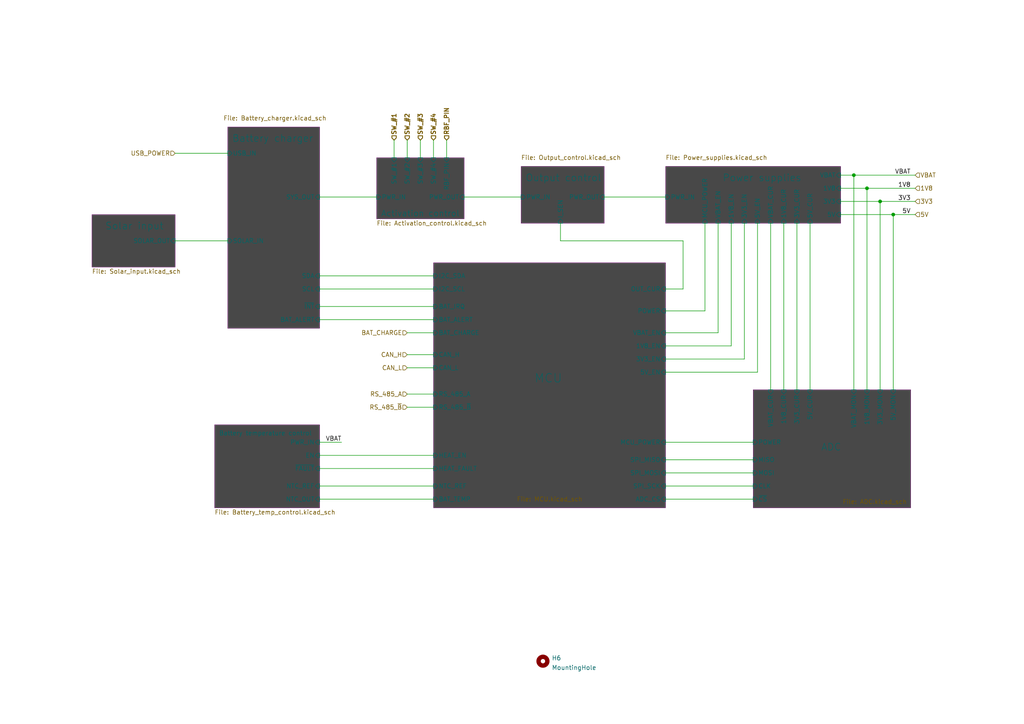
<source format=kicad_sch>
(kicad_sch (version 20210621) (generator eeschema)
  (paper "A4")
  (title_block (title "BUTCube - EPS") (date "2021-06-01") (rev "v1.0") (company "VUT - FIT(STRaDe) & FME(IAE & IPE)") (comment 1 "Author: Petr Malaník"))
  (lib_symbols
    (symbol "Mechanical:MountingHole" (pin_names (offset 1.016))
      (property "Reference" "H" (at 0 5.08 0))
      (property "Value" "MountingHole" (at 0 3.175 0))
      (symbol "MountingHole_0_1"
        (circle (center 0 0) (radius 1.27) (stroke (width 1.27)))
      )
    )
  )
  (junction (at 247.65 50.8) (diameter 0.9144))
  (junction (at 251.46 54.61) (diameter 0.9144))
  (junction (at 255.27 58.42) (diameter 0.9144))
  (junction (at 259.08 62.23) (diameter 0.9144))
  (wire (pts (xy 50.8 44.45) (xy 66.04 44.45)))
  (wire (pts (xy 50.8 69.85) (xy 66.04 69.85)))
  (wire (pts (xy 92.71 57.15) (xy 109.22 57.15)))
  (wire (pts (xy 92.71 80.01) (xy 125.73 80.01)))
  (wire (pts (xy 92.71 83.82) (xy 125.73 83.82)))
  (wire (pts (xy 92.71 88.9) (xy 125.73 88.9)))
  (wire (pts (xy 92.71 92.71) (xy 125.73 92.71)))
  (wire (pts (xy 92.71 128.27) (xy 99.06 128.27)))
  (wire (pts (xy 92.71 132.08) (xy 125.73 132.08)))
  (wire (pts (xy 92.71 135.89) (xy 125.73 135.89)))
  (wire (pts (xy 92.71 140.97) (xy 125.73 140.97)))
  (wire (pts (xy 92.71 144.78) (xy 125.73 144.78)))
  (wire (pts (xy 114.3 40.64) (xy 114.3 45.72)))
  (wire (pts (xy 118.11 40.64) (xy 118.11 45.72)))
  (wire (pts (xy 118.11 96.52) (xy 125.73 96.52)))
  (wire (pts (xy 118.11 102.87) (xy 125.73 102.87)))
  (wire (pts (xy 118.11 106.68) (xy 125.73 106.68)))
  (wire (pts (xy 118.11 114.3) (xy 125.73 114.3)))
  (wire (pts (xy 118.11 118.11) (xy 125.73 118.11)))
  (wire (pts (xy 121.92 40.64) (xy 121.92 45.72)))
  (wire (pts (xy 125.73 40.64) (xy 125.73 45.72)))
  (wire (pts (xy 129.54 40.64) (xy 129.54 45.72)))
  (wire (pts (xy 134.62 57.15) (xy 151.13 57.15)))
  (wire (pts (xy 162.56 64.77) (xy 162.56 69.85)))
  (wire (pts (xy 162.56 69.85) (xy 198.12 69.85)))
  (wire (pts (xy 175.26 57.15) (xy 193.04 57.15)))
  (wire (pts (xy 193.04 83.82) (xy 198.12 83.82)))
  (wire (pts (xy 193.04 90.17) (xy 204.47 90.17)))
  (wire (pts (xy 193.04 96.52) (xy 208.28 96.52)))
  (wire (pts (xy 193.04 100.33) (xy 212.09 100.33)))
  (wire (pts (xy 193.04 104.14) (xy 215.9 104.14)))
  (wire (pts (xy 193.04 107.95) (xy 219.71 107.95)))
  (wire (pts (xy 193.04 128.27) (xy 218.44 128.27)))
  (wire (pts (xy 193.04 133.35) (xy 218.44 133.35)))
  (wire (pts (xy 193.04 137.16) (xy 218.44 137.16)))
  (wire (pts (xy 193.04 140.97) (xy 218.44 140.97)))
  (wire (pts (xy 193.04 144.78) (xy 218.44 144.78)))
  (wire (pts (xy 198.12 69.85) (xy 198.12 83.82)))
  (wire (pts (xy 204.47 64.77) (xy 204.47 90.17)))
  (wire (pts (xy 208.28 64.77) (xy 208.28 96.52)))
  (wire (pts (xy 212.09 64.77) (xy 212.09 100.33)))
  (wire (pts (xy 215.9 64.77) (xy 215.9 104.14)))
  (wire (pts (xy 219.71 64.77) (xy 219.71 107.95)))
  (wire (pts (xy 223.52 64.77) (xy 223.52 113.03)))
  (wire (pts (xy 227.33 64.77) (xy 227.33 113.03)))
  (wire (pts (xy 231.14 64.77) (xy 231.14 113.03)))
  (wire (pts (xy 234.95 64.77) (xy 234.95 113.03)))
  (wire (pts (xy 243.84 50.8) (xy 247.65 50.8)))
  (wire (pts (xy 243.84 54.61) (xy 251.46 54.61)))
  (wire (pts (xy 243.84 58.42) (xy 255.27 58.42)))
  (wire (pts (xy 243.84 62.23) (xy 259.08 62.23)))
  (wire (pts (xy 247.65 50.8) (xy 247.65 113.03)))
  (wire (pts (xy 247.65 50.8) (xy 265.43 50.8)))
  (wire (pts (xy 251.46 54.61) (xy 251.46 113.03)))
  (wire (pts (xy 251.46 54.61) (xy 265.43 54.61)))
  (wire (pts (xy 255.27 58.42) (xy 255.27 113.03)))
  (wire (pts (xy 255.27 58.42) (xy 265.43 58.42)))
  (wire (pts (xy 259.08 62.23) (xy 259.08 113.03)))
  (wire (pts (xy 259.08 62.23) (xy 265.43 62.23)))
  (label "VBAT" (at 99.06 128.27 180))
  (label "VBAT" (at 264.16 50.8 180))
  (label "1V8" (at 264.16 54.61 180))
  (label "3V3" (at 264.16 58.42 180))
  (label "5V" (at 264.16 62.23 180))
  (hierarchical_label "USB_POWER" (shape input) (at 50.8 44.45 180))
  (hierarchical_label "SW_#1" (shape input) (at 114.3 40.64 90) (effects (font (thickness 0.254))))
  (hierarchical_label "SW_#2" (shape input) (at 118.11 40.64 90) (effects (font (thickness 0.254))))
  (hierarchical_label "BAT_CHARGE" (shape input) (at 118.11 96.52 180))
  (hierarchical_label "CAN_H" (shape input) (at 118.11 102.87 180))
  (hierarchical_label "CAN_L" (shape input) (at 118.11 106.68 180))
  (hierarchical_label "RS_485_A" (shape input) (at 118.11 114.3 180))
  (hierarchical_label "RS_485_~{B}" (shape input) (at 118.11 118.11 180))
  (hierarchical_label "SW_#3" (shape input) (at 121.92 40.64 90) (effects (font (thickness 0.254))))
  (hierarchical_label "SW_#4" (shape input) (at 125.73 40.64 90) (effects (font (thickness 0.254))))
  (hierarchical_label "RBF_PIN" (shape input) (at 129.54 40.64 90) (effects (font (thickness 0.254))))
  (hierarchical_label "VBAT" (shape input) (at 265.43 50.8 0))
  (hierarchical_label "1V8" (shape input) (at 265.43 54.61 0))
  (hierarchical_label "3V3" (shape input) (at 265.43 58.42 0))
  (hierarchical_label "5V" (shape input) (at 265.43 62.23 0))
  (symbol (lib_id "Mechanical:MountingHole") (at 157.48 191.77 0)
    (property "Reference" "H6" (at 160.0201 190.8615 0) (effects (justify left)))
    (property "Value" "MountingHole" (at 160.0201 193.6366 0) (effects (justify left)))
    (property "Footprint" "MountingHole:MountingHole_3.2mm_M3_Pad_Via" (effects hide))
  )
  (sheet (at 218.44 113.03) (size 45.72 34.29) (stroke (width 0.001) (color 132 0 132 1)) (fill (color 72 72 72 1.0000))
    (property "Sheet name" "ADC" (at 238.1241 130.81 0) (effects (font (size 2 2)) (justify left bottom)))
    (property "Sheet file" "ADC.kicad_sch" (at 244.3489 144.78 0) (effects (justify left top)))
    (pin "VBAT_MON" input (at 247.65 113.03 90))
    (pin "VBAT_CUR" input (at 223.52 113.03 90))
    (pin "1V8_MON" input (at 251.46 113.03 90))
    (pin "1V8_CUR" input (at 227.33 113.03 90))
    (pin "3V3_MON" input (at 255.27 113.03 90))
    (pin "3V3_CUR" input (at 231.14 113.03 90))
    (pin "5V_MON" input (at 259.08 113.03 90))
    (pin "5V_CUR" input (at 234.95 113.03 90))
    (pin "~{CS}" input (at 218.44 144.78 180))
    (pin "MISO" input (at 218.44 133.35 180))
    (pin "MOSI" input (at 218.44 137.16 180))
    (pin "CLK" input (at 218.44 140.97 180))
    (pin "POWER" input (at 218.44 128.27 180))
  )
  (sheet (at 109.22 45.72) (size 25.4 17.78) (stroke (width 0.001) (color 132 0 132 1)) (fill (color 72 72 72 1.0000))
    (property "Sheet name" "Activation control" (at 110.49 62.8641 0) (effects (font (size 1.7 1.7)) (justify left bottom)))
    (property "Sheet file" "Activation_control.kicad_sch" (at 109.22 64.0089 0) (effects (justify left top)))
    (pin "PWR_IN" input (at 109.22 57.15 180))
    (pin "PWR_OUT" input (at 134.62 57.15 0))
    (pin "SW_#3" input (at 121.92 45.72 90))
    (pin "SW_#4" input (at 125.73 45.72 90))
    (pin "SW_#2" input (at 118.11 45.72 90))
    (pin "SW_#1" input (at 114.3 45.72 90))
    (pin "RBF_PIN" input (at 129.54 45.72 90))
  )
  (sheet (at 66.04 36.83) (size 26.67 58.42) (stroke (width 0.001) (color 132 0 132 1)) (fill (color 72 72 72 1.0000))
    (property "Sheet name" "Battery charger" (at 67.31 41.2741 0) (effects (font (size 2 2)) (justify left bottom)))
    (property "Sheet file" "Battery_charger.kicad_sch" (at 64.77 33.5289 0) (effects (justify left top)))
    (pin "USB_IN" input (at 66.04 44.45 180))
    (pin "SOLAR_IN" input (at 66.04 69.85 180))
    (pin "SYS_OUT" input (at 92.71 57.15 0))
    (pin "SCL" input (at 92.71 83.82 0))
    (pin "~{INT}" input (at 92.71 88.9 0))
    (pin "SDA" input (at 92.71 80.01 0))
    (pin "BAT_ALERT" input (at 92.71 92.71 0))
  )
  (sheet (at 62.23 123.19) (size 30.48 24.13) (stroke (width 0.001) (color 132 0 132 1)) (fill (color 72 72 72 1.0000))
    (property "Sheet name" "Battery temperature control" (at 63.5 126.3641 0) (effects (justify left bottom)))
    (property "Sheet file" "Battery_temp_control.kicad_sch" (at 62.23 147.8289 0) (effects (justify left top)))
    (pin "PWR_IN" input (at 92.71 128.27 0))
    (pin "EN" input (at 92.71 132.08 0))
    (pin "~{FAULT}" input (at 92.71 135.89 0))
    (pin "NTC_REF" input (at 92.71 140.97 0))
    (pin "NTC_OUT" input (at 92.71 144.78 0))
  )
  (sheet (at 125.73 76.2) (size 67.31 71.12) (stroke (width 0.001) (color 132 0 132 1)) (fill (color 72 72 72 1.0000))
    (property "Sheet name" "MCU" (at 154.94 111.1241 0) (effects (font (size 2.5 2.5)) (justify left bottom)))
    (property "Sheet file" "MCU.kicad_sch" (at 149.86 144.0189 0) (effects (justify left top)))
    (pin "CAN_H" input (at 125.73 102.87 180))
    (pin "CAN_L" input (at 125.73 106.68 180))
    (pin "POWER" input (at 193.04 90.17 0))
    (pin "3V3_EN" input (at 193.04 104.14 0))
    (pin "5V_EN" input (at 193.04 107.95 0))
    (pin "1V8_EN" input (at 193.04 100.33 0))
    (pin "VBAT_EN" input (at 193.04 96.52 0))
    (pin "BAT_CHARGE" input (at 125.73 96.52 180))
    (pin "RS_485_~{B}" input (at 125.73 118.11 180))
    (pin "RS_485_A" input (at 125.73 114.3 180))
    (pin "BAT_TEMP" input (at 125.73 144.78 180))
    (pin "I2C_SCL" input (at 125.73 83.82 180))
    (pin "I2C_SDA" input (at 125.73 80.01 180))
    (pin "BAT_ALERT" input (at 125.73 92.71 180))
    (pin "BAT_IRQ" input (at 125.73 88.9 180))
    (pin "HEAT_EN" input (at 125.73 132.08 180))
    (pin "HEAT_FAULT" input (at 125.73 135.89 180))
    (pin "OUT_CUR" input (at 193.04 83.82 0))
    (pin "MCU_POWER" input (at 193.04 128.27 0))
    (pin "ADC_CS" input (at 193.04 144.78 0))
    (pin "SPI_SCK" input (at 193.04 140.97 0))
    (pin "SPI_MISO" input (at 193.04 133.35 0))
    (pin "SPI_MOSI" input (at 193.04 137.16 0))
    (pin "NTC_REF" input (at 125.73 140.97 180))
  )
  (sheet (at 151.13 48.26) (size 24.13 16.51) (stroke (width 0.001) (color 132 0 132 1)) (fill (color 72 72 72 1.0000))
    (property "Sheet name" "Output control" (at 152.4 52.7041 0) (effects (font (size 2 2)) (justify left bottom)))
    (property "Sheet file" "Output_control.kicad_sch" (at 151.13 44.9589 0) (effects (justify left top)))
    (pin "PWR_IN" input (at 151.13 57.15 180))
    (pin "PWR_OUT" input (at 175.26 57.15 0))
    (pin "I_SEN" input (at 162.56 64.77 270))
  )
  (sheet (at 193.04 48.26) (size 50.8 16.51) (stroke (width 0.001) (color 132 0 132 1)) (fill (color 72 72 72 1.0000))
    (property "Sheet name" "Power supplies" (at 209.55 52.7041 0) (effects (font (size 2 2)) (justify left bottom)))
    (property "Sheet file" "Power_supplies.kicad_sch" (at 193.04 44.9589 0) (effects (justify left top)))
    (pin "PWR_IN" input (at 193.04 57.15 180))
    (pin "5V" input (at 243.84 62.23 0))
    (pin "VBAT" input (at 243.84 50.8 0))
    (pin "1V8" input (at 243.84 54.61 0))
    (pin "3V3" input (at 243.84 58.42 0))
    (pin "3V3_CUR" input (at 231.14 64.77 270))
    (pin "5V_CUR" input (at 234.95 64.77 270))
    (pin "VBAT_CUR" input (at 223.52 64.77 270))
    (pin "1V8_CUR" input (at 227.33 64.77 270))
    (pin "3V3_EN" input (at 215.9 64.77 270))
    (pin "MCU_POWER" input (at 204.47 64.77 270))
    (pin "VBAT_EN" input (at 208.28 64.77 270))
    (pin "1V8_EN" input (at 212.09 64.77 270))
    (pin "5V_EN" input (at 219.71 64.77 270))
  )
  (sheet (at 26.67 62.23) (size 24.13 15.24) (stroke (width 0.001) (color 132 0 132 1)) (fill (color 72 72 72 1.0000))
    (property "Sheet name" "Solar input" (at 30.48 66.6741 0) (effects (font (size 2 2)) (justify left bottom)))
    (property "Sheet file" "Solar_input.kicad_sch" (at 26.67 77.9789 0) (effects (justify left top)))
    (pin "SOLAR_OUT" input (at 50.8 69.85 0))
  )
)
</source>
